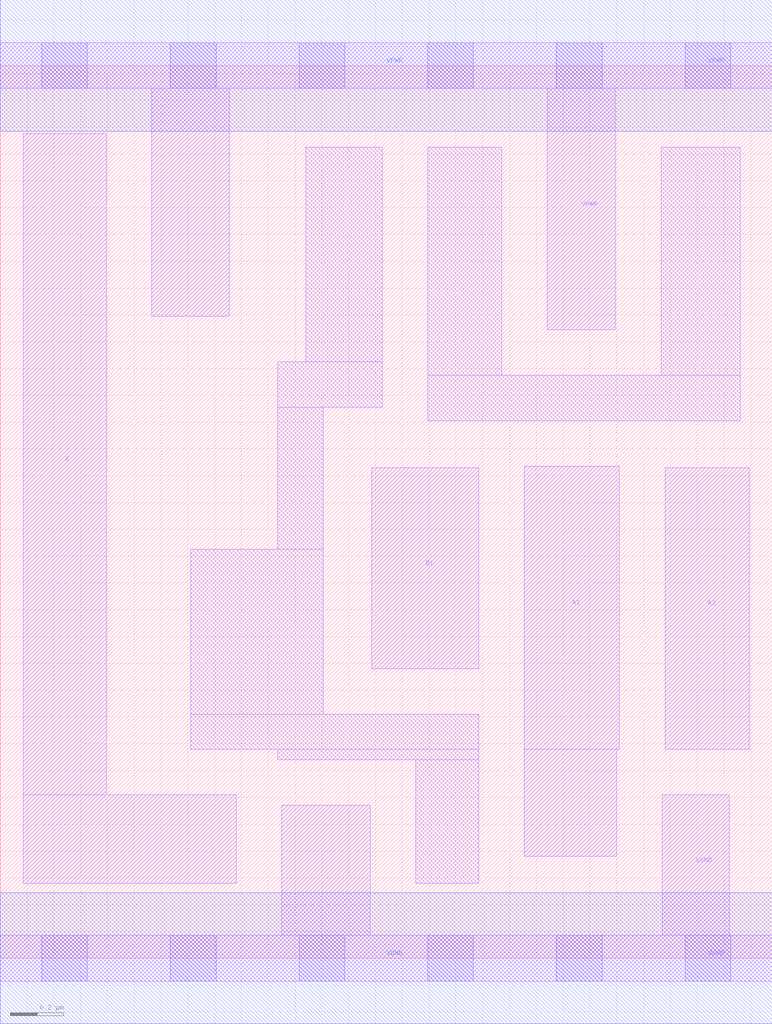
<source format=lef>
# Copyright 2020 The SkyWater PDK Authors
#
# Licensed under the Apache License, Version 2.0 (the "License");
# you may not use this file except in compliance with the License.
# You may obtain a copy of the License at
#
#     https://www.apache.org/licenses/LICENSE-2.0
#
# Unless required by applicable law or agreed to in writing, software
# distributed under the License is distributed on an "AS IS" BASIS,
# WITHOUT WARRANTIES OR CONDITIONS OF ANY KIND, either express or implied.
# See the License for the specific language governing permissions and
# limitations under the License.
#
# SPDX-License-Identifier: Apache-2.0

VERSION 5.7 ;
  NAMESCASESENSITIVE ON ;
  NOWIREEXTENSIONATPIN ON ;
  DIVIDERCHAR "/" ;
  BUSBITCHARS "[]" ;
UNITS
  DATABASE MICRONS 200 ;
END UNITS
MACRO sky130_fd_sc_lp__a21o_0
  CLASS CORE ;
  SOURCE USER ;
  FOREIGN sky130_fd_sc_lp__a21o_0 ;
  ORIGIN  0.000000  0.000000 ;
  SIZE  2.880000 BY  3.330000 ;
  SYMMETRY X Y R90 ;
  SITE unit ;
  PIN A1
    ANTENNAGATEAREA  0.159000 ;
    DIRECTION INPUT ;
    USE SIGNAL ;
    PORT
      LAYER li1 ;
        RECT 1.955000 0.380000 2.300000 0.780000 ;
        RECT 1.955000 0.780000 2.310000 1.835000 ;
    END
  END A1
  PIN A2
    ANTENNAGATEAREA  0.159000 ;
    DIRECTION INPUT ;
    USE SIGNAL ;
    PORT
      LAYER li1 ;
        RECT 2.480000 0.780000 2.795000 1.830000 ;
    END
  END A2
  PIN B1
    ANTENNAGATEAREA  0.159000 ;
    DIRECTION INPUT ;
    USE SIGNAL ;
    PORT
      LAYER li1 ;
        RECT 1.385000 1.080000 1.785000 1.830000 ;
    END
  END B1
  PIN X
    ANTENNADIFFAREA  0.280900 ;
    DIRECTION OUTPUT ;
    USE SIGNAL ;
    PORT
      LAYER li1 ;
        RECT 0.085000 0.280000 0.880000 0.610000 ;
        RECT 0.085000 0.610000 0.395000 3.075000 ;
    END
  END X
  PIN VGND
    DIRECTION INOUT ;
    USE GROUND ;
    PORT
      LAYER li1 ;
        RECT 0.000000 -0.085000 2.880000 0.085000 ;
        RECT 1.050000  0.085000 1.380000 0.570000 ;
        RECT 2.470000  0.085000 2.720000 0.610000 ;
      LAYER mcon ;
        RECT 0.155000 -0.085000 0.325000 0.085000 ;
        RECT 0.635000 -0.085000 0.805000 0.085000 ;
        RECT 1.115000 -0.085000 1.285000 0.085000 ;
        RECT 1.595000 -0.085000 1.765000 0.085000 ;
        RECT 2.075000 -0.085000 2.245000 0.085000 ;
        RECT 2.555000 -0.085000 2.725000 0.085000 ;
      LAYER met1 ;
        RECT 0.000000 -0.245000 2.880000 0.245000 ;
    END
  END VGND
  PIN VPWR
    DIRECTION INOUT ;
    USE POWER ;
    PORT
      LAYER li1 ;
        RECT 0.000000 3.245000 2.880000 3.415000 ;
        RECT 0.565000 2.395000 0.855000 3.245000 ;
        RECT 2.040000 2.345000 2.295000 3.245000 ;
      LAYER mcon ;
        RECT 0.155000 3.245000 0.325000 3.415000 ;
        RECT 0.635000 3.245000 0.805000 3.415000 ;
        RECT 1.115000 3.245000 1.285000 3.415000 ;
        RECT 1.595000 3.245000 1.765000 3.415000 ;
        RECT 2.075000 3.245000 2.245000 3.415000 ;
        RECT 2.555000 3.245000 2.725000 3.415000 ;
      LAYER met1 ;
        RECT 0.000000 3.085000 2.880000 3.575000 ;
    END
  END VPWR
  OBS
    LAYER li1 ;
      RECT 0.710000 0.780000 1.785000 0.910000 ;
      RECT 0.710000 0.910000 1.205000 1.525000 ;
      RECT 1.035000 0.740000 1.785000 0.780000 ;
      RECT 1.035000 1.525000 1.205000 2.055000 ;
      RECT 1.035000 2.055000 1.425000 2.225000 ;
      RECT 1.140000 2.225000 1.425000 3.025000 ;
      RECT 1.550000 0.280000 1.785000 0.740000 ;
      RECT 1.595000 2.005000 2.760000 2.175000 ;
      RECT 1.595000 2.175000 1.870000 3.025000 ;
      RECT 2.465000 2.175000 2.760000 3.025000 ;
  END
END sky130_fd_sc_lp__a21o_0

</source>
